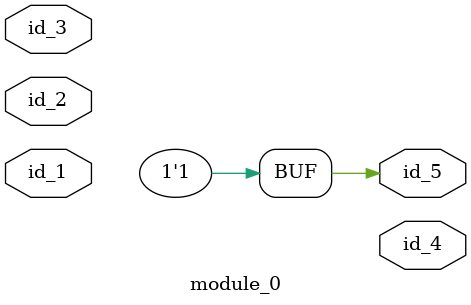
<source format=v>
module module_0 (
    id_1,
    id_2,
    id_3,
    id_4,
    id_5
);
  output id_5;
  output id_4;
  input id_3;
  inout id_2;
  inout id_1;
  assign id_5 = 1;
endmodule

</source>
